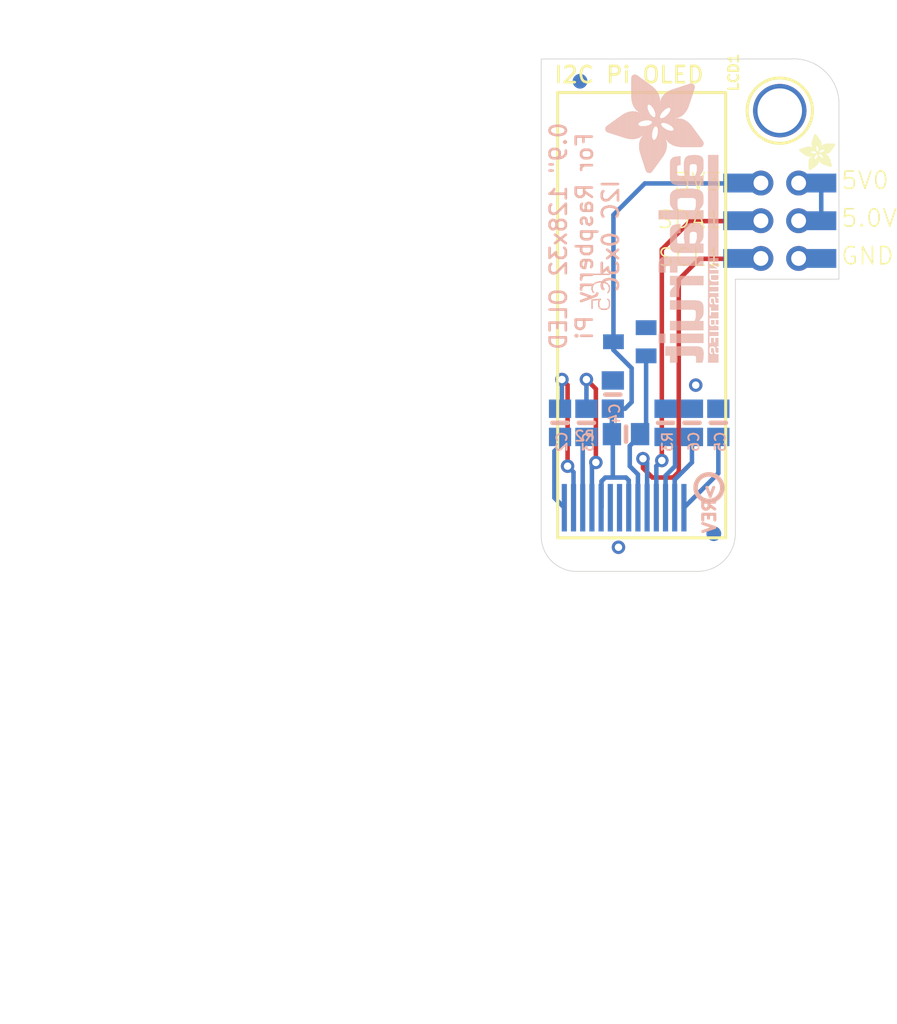
<source format=kicad_pcb>
(kicad_pcb (version 20211014) (generator pcbnew)
  (layers (0 "F.Cu" signal) (1 "In1.Cu" signal) (2 "In2.Cu" signal) (3 "In3.Cu" signal) (4 "In4.Cu" signal) (5 "In5.Cu" signal) (6 "In6.Cu" signal) (7 "In7.Cu" signal) (8 "In8.Cu" signal) (9 "In9.Cu" signal) (10 "In10.Cu" signal) (11 "In11.Cu" signal) (12 "In12.Cu" signal) (13 "In13.Cu" signal) (14 "In14.Cu" signal) (31 "B.Cu" signal) (34 "B.Paste" user) (35 "F.Paste" user) (36 "B.SilkS" user "B.Silkscreen") (37 "F.SilkS" user "F.Silkscreen") (38 "B.Mask" user) (39 "F.Mask" user) (44 "Edge.Cuts" user))
  (net 0 "")
  (net 1 "GND")
  (net 2 "SDA")
  (net 3 "SCL")
  (net 4 "+5V")
  (net 5 "3.3V")
  (net 6 "VBREF")
  (net 7 "N$1")
  (net 8 "N$2")
  (net 9 "N$3")
  (net 10 "N$4")
  (net 11 "N$5")
  (net 12 "N$7")
  (net 13 "N$6")
  (net 14 "~{OLED_RST}")
  (footprint "boardEagle:RASPBERRYPI_2X3_THMSMT" (layer "F.Cu") (at 154.546367 98.646182)
    (fp_text reference "RPI1" hide)
    (fp_text value "RASPBERRYPI_2X3" hide)
    (fp_text user "3V3" (at -3.81 -3.302) (layer "F.SilkS") (effects (font (size 1.1684 1.1684) (thickness 0.1016)) (justify right top)))
    (fp_text user "GND" (at 4.064 3.048) (layer "F.SilkS") (effects (font (size 1.1684 1.1684) (thickness 0.1016)) (justify left bottom)))
    (fp_text user "SCL1" (at -3.81 1.778) (layer "F.SilkS") (effects (font (size 1.1684 1.1684) (thickness 0.1016)) (justify right top)))
    (fp_text user "5V0" (at 4.064 -2.032) (layer "F.SilkS") (effects (font (size 1.1684 1.1684) (thickness 0.1016)) (justify left bottom)))
    (fp_text user "SDA1" (at -3.81 -0.762) (layer "F.SilkS") (effects (font (size 1.1684 1.1684) (thickness 0.1016)) (justify right top)))
    (fp_text user "5.0V" (at 4.064 0.508) (layer "F.SilkS") (effects (font (size 1.1684 1.1684) (thickness 0.1016)) (justify left bottom)))
    (pad "1" thru_hole circle (at -1.27 -2.54 270) (size 1.6764 1.6764) (drill 1) (layers *.Cu *.Mask) (net 5 "3.3V"))
    (pad "1'" smd rect (at -2.794 -2.54 90) (size 1.27 2.032) (layers "B.Cu" "B.Paste" "B.Mask") (net 5 "3.3V"))
    (pad "2" thru_hole circle (at 1.27 -2.54 270) (size 1.6764 1.6764) (drill 1) (layers *.Cu *.Mask) (net 4 "+5V"))
    (pad "2'" smd rect (at 2.794 -2.54 90) (size 1.27 2.032) (layers "B.Cu" "B.Paste" "B.Mask") (net 4 "+5V"))
    (pad "3" thru_hole circle (at -1.27 0 270) (size 1.6764 1.6764) (drill 1) (layers *.Cu *.Mask) (net 2 "SDA"))
    (pad "3'" smd rect (at -2.794 0 90) (size 1.27 2.032) (layers "B.Cu" "B.Paste" "B.Mask") (net 2 "SDA"))
    (pad "4" thru_hole circle (at 1.27 0 270) (size 1.6764 1.6764) (drill 1) (layers *.Cu *.Mask) (net 4 "+5V"))
    (pad "4'" smd rect (at 2.794 0 90) (size 1.27 2.032) (layers "B.Cu" "B.Paste" "B.Mask") (net 4 "+5V"))
    (pad "5" thru_hole circle (at -1.27 2.54 270) (size 1.6764 1.6764) (drill 1) (layers *.Cu *.Mask) (net 3 "SCL"))
    (pad "5'" smd rect (at -2.794 2.54 90) (size 1.27 2.032) (layers "B.Cu" "B.Paste" "B.Mask") (net 3 "SCL"))
    (pad "6" thru_hole circle (at 1.27 2.54 270) (size 1.6764 1.6764) (drill 1) (layers *.Cu *.Mask) (net 1 "GND"))
    (pad "6'" smd rect (at 2.794 2.54 90) (size 1.27 2.032) (layers "B.Cu" "B.Paste" "B.Mask") (net 1 "GND"))
  )
  (footprint "boardEagle:ADAFRUIT_2.5MM" (layer "F.Cu") (at 158.280167 95.242582 90)
    (fp_text reference "U$1" hide)
    (fp_text value "" hide)
  )
  (footprint "boardEagle:MOUNTINGHOLE_3.0_PLATEDTHIN" (layer "F.Cu") (at 154.546367 91.229382 180)
    (fp_text reference "U$4" hide)
    (fp_text value "MOUNTINGHOLE3.0THIN" hide)
    (pad "P$1" thru_hole circle (at 0 0 180) (size 3.6 3.6) (drill 3) (layers *.Cu *.Mask))
  )
  (footprint "boardEagle:UG-2832HSWEG02_WRAPUNDER" (layer "F.Cu") (at 145.326167 120.007582 -90)
    (fp_text reference "LCD1" (at -30 -6.5 -90) (layer "F.SilkS") (effects (font (size 0.666496 0.666496) (thickness 0.146304)) (justify left bottom)))
    (fp_text value "OLED 128x32")
    (pad "1" smd rect (at -2.03 5.3 90) (size 3.2 0.35) (layers "B.Cu" "B.Mask") (net 7 "N$1"))
    (pad "2" smd rect (at -2.03 4.68 90) (size 3.2 0.35) (layers "B.Cu" "B.Mask") (net 8 "N$2"))
    (pad "3" smd rect (at -2.03 4.06 90) (size 3.2 0.35) (layers "B.Cu" "B.Mask") (net 9 "N$3"))
    (pad "4" smd rect (at -2.03 3.44 90) (size 3.2 0.35) (layers "B.Cu" "B.Mask") (net 10 "N$4"))
    (pad "5" smd rect (at -2.03 2.82 90) (size 3.2 0.35) (layers "B.Cu" "B.Mask") (net 5 "3.3V"))
    (pad "6" smd rect (at -2.03 2.2 90) (size 3.2 0.35) (layers "B.Cu" "B.Mask") (net 6 "VBREF"))
    (pad "7" smd rect (at -2.03 1.58 90) (size 3.2 0.35) (layers "B.Cu" "B.Mask") (net 1 "GND"))
    (pad "8" smd rect (at -2.03 0.96 90) (size 3.2 0.35) (layers "B.Cu" "B.Mask") (net 5 "3.3V"))
    (pad "9" smd rect (at -2.03 0.34 90) (size 3.2 0.35) (layers "B.Cu" "B.Mask") (net 14 "~{OLED_RST}"))
    (pad "10" smd rect (at -2.03 -0.28 90) (size 3.2 0.35) (layers "B.Cu" "B.Mask") (net 3 "SCL"))
    (pad "11" smd rect (at -2.03 -0.9 90) (size 3.2 0.35) (layers "B.Cu" "B.Mask") (net 2 "SDA"))
    (pad "12" smd rect (at -2.03 -1.52 90) (size 3.2 0.35) (layers "B.Cu" "B.Mask") (net 12 "N$7"))
    (pad "13" smd rect (at -2.03 -2.14 90) (size 3.2 0.35) (layers "B.Cu" "B.Mask") (net 11 "N$5"))
    (pad "14" smd rect (at -2.03 -2.76 90) (size 3.2 0.35) (layers "B.Cu" "B.Mask") (net 13 "N$6"))
  )
  (footprint "boardEagle:SOT23" (layer "B.Cu") (at 144.437167 106.799582 -90)
    (fp_text reference "IC5" (at -1.905 1.905 -270) (layer "B.SilkS") (effects (font (size 1.176528 1.176528) (thickness 0.093472)) (justify right mirror)))
    (fp_text value "APX803")
    (pad "1" smd rect (at -0.95 -1.1 270) (size 1 1.4) (layers "B.Cu" "B.Paste" "B.Mask") (net 1 "GND"))
    (pad "2" smd rect (at 0.95 -1.1 270) (size 1 1.4) (layers "B.Cu" "B.Paste" "B.Mask") (net 14 "~{OLED_RST}"))
    (pad "3" smd rect (at 0 1.1 270) (size 1 1.4) (layers "B.Cu" "B.Paste" "B.Mask") (net 5 "3.3V"))
  )
  (footprint "boardEagle:0805-NO" (layer "B.Cu") (at 139.738167 112.260582 -90)
    (fp_text reference "C2" (at 2.032 -0.127 -270) (layer "B.SilkS") (effects (font (size 0.692831 0.692831) (thickness 0.119969)) (justify right mirror)))
    (fp_text value "1uF")
    (pad "1" smd rect (at -0.95 0 270) (size 1.24 1.5) (layers "B.Cu" "B.Paste" "B.Mask") (net 8 "N$2"))
    (pad "2" smd rect (at 0.95 0 270) (size 1.24 1.5) (layers "B.Cu" "B.Paste" "B.Mask") (net 7 "N$1"))
  )
  (footprint "boardEagle:0805-NO" (layer "B.Cu") (at 141.516167 112.260582 -90)
    (fp_text reference "C3" (at 2.032 -0.127 -270) (layer "B.SilkS") (effects (font (size 0.692831 0.692831) (thickness 0.119969)) (justify right mirror)))
    (fp_text value "1uF")
    (pad "1" smd rect (at -0.95 0 270) (size 1.24 1.5) (layers "B.Cu" "B.Paste" "B.Mask") (net 10 "N$4"))
    (pad "2" smd rect (at 0.95 0 270) (size 1.24 1.5) (layers "B.Cu" "B.Paste" "B.Mask") (net 9 "N$3"))
  )
  (footprint "boardEagle:0805-NO" (layer "B.Cu") (at 143.294167 110.355582 -90)
    (fp_text reference "C4" (at 2.032 -0.127 -270) (layer "B.SilkS") (effects (font (size 0.692831 0.692831) (thickness 0.119969)) (justify right mirror)))
    (fp_text value "10uF")
    (pad "1" smd rect (at -0.95 0 270) (size 1.24 1.5) (layers "B.Cu" "B.Paste" "B.Mask") (net 1 "GND"))
    (pad "2" smd rect (at 0.95 0 270) (size 1.24 1.5) (layers "B.Cu" "B.Paste" "B.Mask") (net 5 "3.3V"))
  )
  (footprint "boardEagle:FIDUCIAL_1MM" (layer "B.Cu") (at 141.084367 89.248182 180)
    (fp_text reference "FID4" hide)
    (fp_text value "FIDUCIAL_1MM" hide)
    (pad "1" smd roundrect (at 0 0 180) (size 1 1) (layers "B.Cu" "B.Mask") (roundrect_rratio 0.5))
  )
  (footprint "boardEagle:ADAFRUIT_TEXT_20MM" (layer "B.Cu") (at 150.406167 88.638582 -90)
    (fp_text reference "U$8" hide)
    (fp_text value "" hide)
  )
  (footprint "boardEagle:PCBFEAT-REV-040" (layer "B.Cu") (at 149.771167 116.629382 -90)
    (fp_text reference "U$3" hide)
    (fp_text value "" hide)
    (fp_text user ">REV" (at -0.3556 -0.508 90) (layer "B.SilkS") (effects (font (size 0.8128 0.8128) (thickness 0.2032)) (justify left bottom mirror)))
  )
  (footprint "boardEagle:0805-NO" (layer "B.Cu") (at 146.850167 112.260582 -90)
    (fp_text reference "R3" (at 2.032 -0.127 -270) (layer "B.SilkS") (effects (font (size 0.692831 0.692831) (thickness 0.119969)) (justify right mirror)))
    (fp_text value "390K")
    (pad "1" smd rect (at -0.95 0 270) (size 1.24 1.5) (layers "B.Cu" "B.Paste" "B.Mask") (net 1 "GND"))
    (pad "2" smd rect (at 0.95 0 270) (size 1.24 1.5) (layers "B.Cu" "B.Paste" "B.Mask") (net 12 "N$7"))
  )
  (footprint "boardEagle:0805-NO" (layer "B.Cu") (at 150.406167 112.260582 -90)
    (fp_text reference "C5" (at 2.032 -0.127 -270) (layer "B.SilkS") (effects (font (size 0.692831 0.692831) (thickness 0.119969)) (justify right mirror)))
    (fp_text value "10uF")
    (pad "1" smd rect (at -0.95 0 270) (size 1.24 1.5) (layers "B.Cu" "B.Paste" "B.Mask") (net 1 "GND"))
    (pad "2" smd rect (at 0.95 0 270) (size 1.24 1.5) (layers "B.Cu" "B.Paste" "B.Mask") (net 13 "N$6"))
  )
  (footprint "boardEagle:0805-NO" (layer "B.Cu") (at 144.183167 113.022582 180)
    (fp_text reference "R2" (at 2.032 -0.127) (layer "B.SilkS") (effects (font (size 0.692831 0.692831) (thickness 0.119969)) (justify left mirror)))
    (fp_text value "10K")
    (pad "1" smd rect (at -0.95 0 180) (size 1.24 1.5) (layers "B.Cu" "B.Paste" "B.Mask") (net 14 "~{OLED_RST}"))
    (pad "2" smd rect (at 0.95 0 180) (size 1.24 1.5) (layers "B.Cu" "B.Paste" "B.Mask") (net 5 "3.3V"))
  )
  (footprint "boardEagle:0805-NO" (layer "B.Cu") (at 148.628167 112.260582 -90)
    (fp_text reference "C6" (at 2.032 -0.127 -270) (layer "B.SilkS") (effects (font (size 0.692831 0.692831) (thickness 0.119969)) (justify right mirror)))
    (fp_text value "10uF")
    (pad "1" smd rect (at -0.95 0 270) (size 1.24 1.5) (layers "B.Cu" "B.Paste" "B.Mask") (net 1 "GND"))
    (pad "2" smd rect (at 0.95 0 270) (size 1.24 1.5) (layers "B.Cu" "B.Paste" "B.Mask") (net 11 "N$5"))
  )
  (footprint "boardEagle:FIDUCIAL_1MM" (layer "B.Cu") (at 150.101367 119.728182 180)
    (fp_text reference "FID3" hide)
    (fp_text value "FIDUCIAL_1MM" hide)
    (pad "1" smd roundrect (at 0 0 180) (size 1 1) (layers "B.Cu" "B.Mask") (roundrect_rratio 0.5))
  )
  (gr_line (start 151.549167 102.583182) (end 151.549167 119.728182) (layer "Edge.Cuts") (width 0.05))
  (gr_line (start 158.534167 90.543582) (end 158.534167 102.583182) (layer "Edge.Cuts") (width 0.05))
  (gr_arc (start 151.549167 119.728182) (mid 150.805218 121.524233) (end 149.009167 122.268182) (layer "Edge.Cuts") (width 0.05))
  (gr_line (start 158.534167 102.583182) (end 151.549167 102.583182) (layer "Edge.Cuts") (width 0.05))
  (gr_line (start 138.468167 119.855182) (end 138.468167 87.749582) (layer "Edge.Cuts") (width 0.05))
  (gr_arc (start 140.830367 122.268182) (mid 139.149518 121.55091) (end 138.468167 119.855182) (layer "Edge.Cuts") (width 0.05))
  (gr_line (start 149.009167 122.268182) (end 140.830367 122.268182) (layer "Edge.Cuts") (width 0.05))
  (gr_line (start 138.468167 87.749582) (end 155.232167 87.749582) (layer "Edge.Cuts") (width 0.05))
  (gr_arc (start 155.232167 87.749582) (mid 157.461823 88.462715) (end 158.534167 90.543582) (layer "Edge.Cuts") (width 0.05))
  (gr_text "0.9\" 128x32 OLED\nFor Raspberry Pi\nI2C 0x3C" (at 141.389167 99.687582 -270) (layer "B.SilkS") (effects (font (size 1.0922 1.0922) (thickness 0.1778)) (justify mirror)))
  (gr_text "I2C Pi OLED" (at 139.255567 89.451382) (layer "F.SilkS") (effects (font (size 1.0922 1.0922) (thickness 0.1778)) (justify left bottom)))
  (via (at 148.882167 109.720582) (size 0.9064) (drill 0.5) (layers "F.Cu" "B.Cu") (net 1))
  (via (at 143.675167 120.642582) (size 0.9064) (drill 0.5) (layers "F.Cu" "B.Cu") (net 1))
  (segment (start 146.596167 114.800582) (end 146.596167 100.576582) (width 0.3048) (layer "F.Cu") (net 2))
  (segment (start 146.596167 100.576582) (end 148.501167 98.671582) (width 0.3048) (layer "F.Cu") (net 2))
  (segment (start 148.501167 98.671582) (end 153.250967 98.671582) (width 0.3048) (layer "F.Cu") (net 2))
  (segment (start 153.250967 98.671582) (end 153.276367 98.646182) (width 0.3048) (layer "F.Cu") (net 2))
  (via (at 146.596167 114.800582) (size 0.9064) (drill 0.5) (layers "F.Cu" "B.Cu") (net 2))
  (segment (start 146.226167 117.977582) (end 146.226167 115.170582) (width 0.3048) (layer "B.Cu") (net 2))
  (segment (start 146.226167 115.170582) (end 146.596167 114.800582) (width 0.3048) (layer "B.Cu") (net 2))
  (segment (start 151.752367 98.646182) (end 153.276367 98.646182) (width 0.3048) (layer "B.Cu") (net 2))
  (segment (start 153.250967 101.211582) (end 153.276367 101.186182) (width 0.3048) (layer "F.Cu") (net 3))
  (segment (start 145.961167 115.943582) (end 147.358167 115.943582) (width 0.3048) (layer "F.Cu") (net 3))
  (segment (start 149.136167 101.211582) (end 153.250967 101.211582) (width 0.3048) (layer "F.Cu") (net 3))
  (segment (start 147.358167 115.943582) (end 147.739167 115.562582) (width 0.3048) (layer "F.Cu") (net 3))
  (segment (start 147.739167 115.562582) (end 147.739167 102.608582) (width 0.3048) (layer "F.Cu") (net 3))
  (segment (start 145.326167 114.673582) (end 145.326167 115.308582) (width 0.3048) (layer "F.Cu") (net 3))
  (segment (start 147.739167 102.608582) (end 149.136167 101.211582) (width 0.3048) (layer "F.Cu") (net 3))
  (segment (start 145.326167 115.308582) (end 145.961167 115.943582) (width 0.3048) (layer "F.Cu") (net 3))
  (via (at 145.326167 114.673582) (size 0.9064) (drill 0.5) (layers "F.Cu" "B.Cu") (net 3))
  (segment (start 145.606167 117.977582) (end 145.606167 114.953582) (width 0.3048) (layer "B.Cu") (net 3))
  (segment (start 145.606167 114.953582) (end 145.326167 114.673582) (width 0.3048) (layer "B.Cu") (net 3))
  (segment (start 153.276367 101.186182) (end 151.752367 101.186182) (width 0.3048) (layer "B.Cu") (net 3))
  (segment (start 155.816367 96.106182) (end 157.340367 96.106182) (width 0.3048) (layer "B.Cu") (net 4))
  (segment (start 157.340367 98.646182) (end 155.816367 98.646182) (width 0.3048) (layer "B.Cu") (net 4))
  (segment (start 157.340367 98.646182) (end 157.340367 96.106182) (width 0.3048) (layer "B.Cu") (net 4))
  (segment (start 143.233167 111.366582) (end 143.294167 111.305582) (width 0.3048) (layer "B.Cu") (net 5))
  (segment (start 143.294167 113.088582) (end 143.233167 113.022582) (width 0.3048) (layer "B.Cu") (net 5))
  (segment (start 151.726967 96.131582) (end 151.752367 96.106182) (width 0.3048) (layer "B.Cu") (net 5))
  (segment (start 145.453167 96.131582) (end 151.726967 96.131582) (width 0.3048) (layer "B.Cu") (net 5))
  (segment (start 143.294167 111.305582) (end 144.122167 111.305582) (width 0.3048) (layer "B.Cu") (net 5))
  (segment (start 144.122167 111.305582) (end 144.564167 110.863582) (width 0.3048) (layer "B.Cu") (net 5))
  (segment (start 143.294167 115.943582) (end 142.786167 115.943582) (width 0.3048) (layer "B.Cu") (net 5))
  (segment (start 143.294167 113.088582) (end 143.294167 115.943582) (width 0.3048) (layer "B.Cu") (net 5))
  (segment (start 143.337167 106.799582) (end 143.337167 98.247582) (width 0.3048) (layer "B.Cu") (net 5))
  (segment (start 143.337167 98.247582) (end 145.453167 96.131582) (width 0.3048) (layer "B.Cu") (net 5))
  (segment (start 142.532167 116.197582) (end 142.532167 117.951582) (width 0.3048) (layer "B.Cu") (net 5))
  (segment (start 143.233167 113.022582) (end 143.233167 111.366582) (width 0.3048) (layer "B.Cu") (net 5))
  (segment (start 144.564167 110.863582) (end 144.564167 108.577582) (width 0.3048) (layer "B.Cu") (net 5))
  (segment (start 153.276367 96.106182) (end 151.752367 96.106182) (width 0.3048) (layer "B.Cu") (net 5))
  (segment (start 144.564167 108.577582) (end 143.337167 107.350582) (width 0.3048) (layer "B.Cu") (net 5))
  (segment (start 144.366167 117.977582) (end 144.366167 116.126582) (width 0.3048) (layer "B.Cu") (net 5))
  (segment (start 142.532167 117.951582) (end 142.506167 117.977582) (width 0.3048) (layer "B.Cu") (net 5))
  (segment (start 142.786167 115.943582) (end 142.532167 116.197582) (width 0.3048) (layer "B.Cu") (net 5))
  (segment (start 144.366167 116.126582) (end 144.183167 115.943582) (width 0.3048) (layer "B.Cu") (net 5))
  (segment (start 143.337167 107.350582) (end 143.337167 106.799582) (width 0.3048) (layer "B.Cu") (net 5))
  (segment (start 144.183167 115.943582) (end 143.294167 115.943582) (width 0.3048) (layer "B.Cu") (net 5))
  (segment (start 140.026167 117.977582) (end 139.357167 117.308582) (width 0.3048) (layer "B.Cu") (net 7))
  (segment (start 139.357167 117.308582) (end 139.357167 114.165582) (width 0.3048) (layer "B.Cu") (net 7))
  (segment (start 139.357167 114.165582) (end 139.738167 113.784582) (width 0.3048) (layer "B.Cu") (net 7))
  (segment (start 139.738167 113.784582) (end 139.738167 113.210582) (width 0.3048) (layer "B.Cu") (net 7))
  (segment (start 140.246167 109.720582) (end 139.865167 109.339582) (width 0.3048) (layer "F.Cu") (net 8))
  (segment (start 140.246167 115.181582) (end 140.246167 109.720582) (width 0.3048) (layer "F.Cu") (net 8))
  (via (at 140.246167 115.181582) (size 0.9064) (drill 0.5) (layers "F.Cu" "B.Cu") (net 8))
  (via (at 139.865167 109.339582) (size 0.9064) (drill 0.5) (layers "F.Cu" "B.Cu") (net 8))
  (segment (start 139.865167 111.183582) (end 139.738167 111.310582) (width 0.3048) (layer "B.Cu") (net 8))
  (segment (start 139.865167 109.339582) (end 139.865167 111.183582) (width 0.3048) (layer "B.Cu") (net 8))
  (segment (start 140.646167 115.581582) (end 140.246167 115.181582) (width 0.3048) (layer "B.Cu") (net 8))
  (segment (start 140.646167 117.977582) (end 140.646167 115.581582) (width 0.3048) (layer "B.Cu") (net 8))
  (segment (start 141.266167 113.460582) (end 141.516167 113.210582) (width 0.3048) (layer "B.Cu") (net 9))
  (segment (start 141.266167 117.977582) (end 141.266167 113.460582) (width 0.3048) (layer "B.Cu") (net 9))
  (segment (start 142.151167 109.974582) (end 141.516167 109.339582) (width 0.3048) (layer "F.Cu") (net 10))
  (segment (start 142.151167 114.927582) (end 142.151167 109.974582) (width 0.3048) (layer "F.Cu") (net 10))
  (via (at 141.516167 109.339582) (size 0.9064) (drill 0.5) (layers "F.Cu" "B.Cu") (net 10))
  (via (at 142.151167 114.927582) (size 0.9064) (drill 0.5) (layers "F.Cu" "B.Cu") (net 10))
  (segment (start 141.886167 117.977582) (end 141.886167 115.192582) (width 0.3048) (layer "B.Cu") (net 10))
  (segment (start 141.516167 109.339582) (end 141.516167 111.310582) (width 0.3048) (layer "B.Cu") (net 10))
  (segment (start 141.886167 115.192582) (end 142.151167 114.927582) (width 0.3048) (layer "B.Cu") (net 10))
  (segment (start 148.628167 114.927582) (end 148.628167 113.210582) (width 0.3048) (layer "B.Cu") (net 11))
  (segment (start 147.466167 116.089582) (end 148.628167 114.927582) (width 0.3048) (layer "B.Cu") (net 11))
  (segment (start 147.466167 117.977582) (end 147.466167 116.089582) (width 0.3048) (layer "B.Cu") (net 11))
  (segment (start 147.485167 115.181582) (end 147.485167 113.845582) (width 0.3048) (layer "B.Cu") (net 12))
  (segment (start 146.850167 117.973582) (end 146.850167 115.816582) (width 0.3048) (layer "B.Cu") (net 12))
  (segment (start 146.846167 117.977582) (end 146.850167 117.973582) (width 0.3048) (layer "B.Cu") (net 12))
  (segment (start 146.850167 115.816582) (end 147.485167 115.181582) (width 0.3048) (layer "B.Cu") (net 12))
  (segment (start 147.485167 113.845582) (end 146.850167 113.210582) (width 0.3048) (layer "B.Cu") (net 12))
  (segment (start 148.086167 117.977582) (end 150.406167 115.657582) (width 0.3048) (layer "B.Cu") (net 13))
  (segment (start 150.406167 115.657582) (end 150.406167 113.210582) (width 0.3048) (layer "B.Cu") (net 13))
  (segment (start 144.986167 117.977582) (end 144.986167 115.730582) (width 0.3048) (layer "B.Cu") (net 14))
  (segment (start 144.437167 113.813572) (end 144.802576 113.448163) (width 0.3048) (layer "B.Cu") (net 14))
  (segment (start 144.437167 115.181582) (end 144.437167 113.813572) (width 0.3048) (layer "B.Cu") (net 14))
  (segment (start 145.133167 113.022582) (end 145.537167 112.618582) (width 0.3048) (layer "B.Cu") (net 14))
  (segment (start 144.691167 113.591582) (end 144.802576 113.448163) (width 0.3048) (layer "B.Cu") (net 14))
  (segment (start 144.802576 113.448163) (end 145.133167 113.022582) (width 0.3048) (layer "B.Cu") (net 14))
  (segment (start 144.986167 115.730582) (end 144.691167 115.435582) (width 0.3048) (layer "B.Cu") (net 14))
  (segment (start 144.691167 115.435582) (end 144.437167 115.181582) (width 0.3048) (layer "B.Cu") (net 14))
  (segment (start 145.537167 112.618582) (end 145.537167 107.749582) (width 0.3048) (layer "B.Cu") (net 14))
)
</source>
